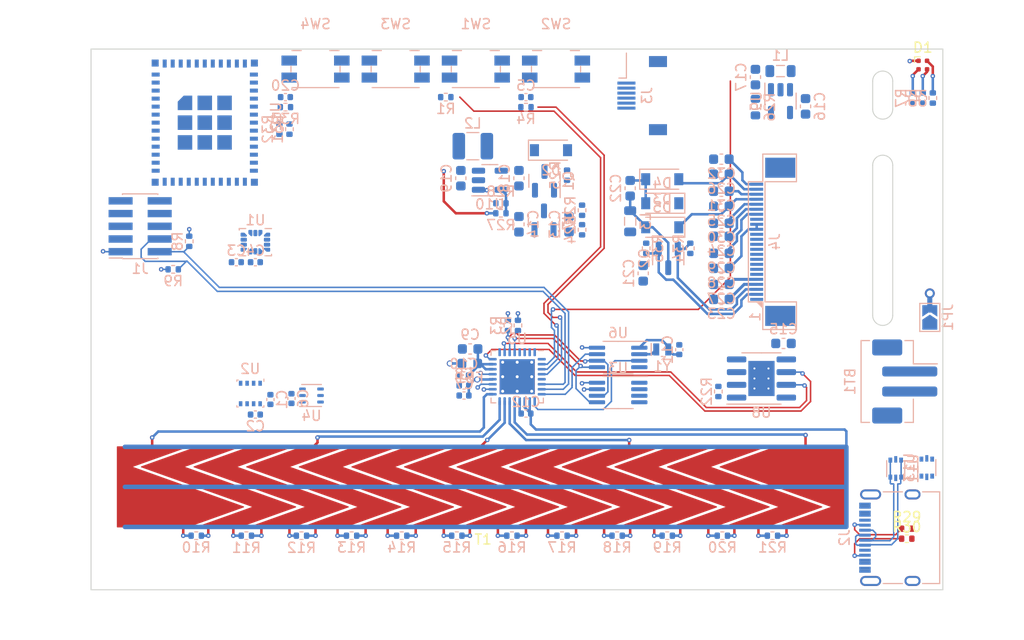
<source format=kicad_pcb>
(kicad_pcb (version 20211014) (generator pcbnew)

  (general
    (thickness 4.69)
  )

  (paper "A4")
  (layers
    (0 "F.Cu" signal)
    (1 "In1.Cu" signal)
    (2 "In2.Cu" signal)
    (31 "B.Cu" signal)
    (32 "B.Adhes" user "B.Adhesive")
    (33 "F.Adhes" user "F.Adhesive")
    (34 "B.Paste" user)
    (35 "F.Paste" user)
    (36 "B.SilkS" user "B.Silkscreen")
    (37 "F.SilkS" user "F.Silkscreen")
    (38 "B.Mask" user)
    (39 "F.Mask" user)
    (40 "Dwgs.User" user "User.Drawings")
    (41 "Cmts.User" user "User.Comments")
    (42 "Eco1.User" user "User.Eco1")
    (43 "Eco2.User" user "User.Eco2")
    (44 "Edge.Cuts" user)
    (45 "Margin" user)
    (46 "B.CrtYd" user "B.Courtyard")
    (47 "F.CrtYd" user "F.Courtyard")
    (48 "B.Fab" user)
    (49 "F.Fab" user)
    (50 "User.1" user)
    (51 "User.2" user)
    (52 "User.3" user)
    (53 "User.4" user)
    (54 "User.5" user)
    (55 "User.6" user)
    (56 "User.7" user)
    (57 "User.8" user)
    (58 "User.9" user)
  )

  (setup
    (stackup
      (layer "F.SilkS" (type "Top Silk Screen"))
      (layer "F.Paste" (type "Top Solder Paste"))
      (layer "F.Mask" (type "Top Solder Mask") (thickness 0.01))
      (layer "F.Cu" (type "copper") (thickness 0.035))
      (layer "dielectric 1" (type "core") (thickness 1.51) (material "FR4") (epsilon_r 4.5) (loss_tangent 0.02))
      (layer "In1.Cu" (type "copper") (thickness 0.035))
      (layer "dielectric 2" (type "prepreg") (thickness 1.51) (material "FR4") (epsilon_r 4.5) (loss_tangent 0.02))
      (layer "In2.Cu" (type "copper") (thickness 0.035))
      (layer "dielectric 3" (type "core") (thickness 1.51) (material "FR4") (epsilon_r 4.5) (loss_tangent 0.02))
      (layer "B.Cu" (type "copper") (thickness 0.035))
      (layer "B.Mask" (type "Bottom Solder Mask") (thickness 0.01))
      (layer "B.Paste" (type "Bottom Solder Paste"))
      (layer "B.SilkS" (type "Bottom Silk Screen"))
      (copper_finish "None")
      (dielectric_constraints yes)
    )
    (pad_to_mask_clearance 0)
    (pcbplotparams
      (layerselection 0x00010fc_ffffffff)
      (disableapertmacros false)
      (usegerberextensions false)
      (usegerberattributes true)
      (usegerberadvancedattributes true)
      (creategerberjobfile true)
      (svguseinch false)
      (svgprecision 6)
      (excludeedgelayer true)
      (plotframeref false)
      (viasonmask false)
      (mode 1)
      (useauxorigin false)
      (hpglpennumber 1)
      (hpglpenspeed 20)
      (hpglpendiameter 15.000000)
      (dxfpolygonmode true)
      (dxfimperialunits true)
      (dxfusepcbnewfont true)
      (psnegative false)
      (psa4output false)
      (plotreference true)
      (plotvalue true)
      (plotinvisibletext false)
      (sketchpadsonfab false)
      (subtractmaskfromsilk false)
      (outputformat 1)
      (mirror false)
      (drillshape 1)
      (scaleselection 1)
      (outputdirectory "")
    )
  )

  (net 0 "")
  (net 1 "VDDF")
  (net 2 "GND")
  (net 3 "/Sensor_Controller/LPC_~{RST}")
  (net 4 "Net-(C10-Pad1)")
  (net 5 "Net-(C11-Pad2)")
  (net 6 "VCC")
  (net 7 "/Power_Management/PS_SWITCH")
  (net 8 "/Power_Management/LED_A")
  (net 9 "VDD")
  (net 10 "Net-(C20-Pad1)")
  (net 11 "Net-(C22-Pad1)")
  (net 12 "Net-(C22-Pad2)")
  (net 13 "Net-(C23-Pad2)")
  (net 14 "Net-(C24-Pad2)")
  (net 15 "/WiFi_Display/PREVGH")
  (net 16 "/WiFi_Display/PREVGL")
  (net 17 "Net-(C27-Pad2)")
  (net 18 "Net-(C29-Pad2)")
  (net 19 "Net-(C30-Pad2)")
  (net 20 "Net-(C31-Pad2)")
  (net 21 "Net-(C32-Pad2)")
  (net 22 "Net-(D1-Pad2)")
  (net 23 "Net-(D1-Pad3)")
  (net 24 "Net-(D1-Pad4)")
  (net 25 "VBUS")
  (net 26 "unconnected-(J3-Pad3)")
  (net 27 "unconnected-(J3-Pad4)")
  (net 28 "/Power_Management/LED_K")
  (net 29 "unconnected-(J4-Pad1)")
  (net 30 "/WiFi_Display/GDR")
  (net 31 "/WiFi_Display/RESE")
  (net 32 "unconnected-(J4-Pad6)")
  (net 33 "unconnected-(J4-Pad7)")
  (net 34 "/WiFi_Display/EPD_BUSY")
  (net 35 "/WiFi_Display/EPD_~{RES}")
  (net 36 "/WiFi_Display/EPD_D{slash}~{C}")
  (net 37 "/WiFi_Display/EPD_CS")
  (net 38 "/WiFi_Display/EPD_SCLK")
  (net 39 "/WiFi_Display/EPD_SDI")
  (net 40 "/Sensor_Controller/LPC_~{ISP}")
  (net 41 "/Sensor_Controller/I2C_SDA")
  (net 42 "/Sensor_Controller/I2C_SCL")
  (net 43 "/Sensor_Controller/LED_R")
  (net 44 "/Sensor_Controller/LED_G")
  (net 45 "/Sensor_Controller/LED_B")
  (net 46 "/Sensor_Controller/LPC_SWDIO")
  (net 47 "/Sensor_Controller/LPC_SWCLK")
  (net 48 "/Sensor_Controller/CAPT_X0")
  (net 49 "Net-(R10-Pad2)")
  (net 50 "Net-(R11-Pad1)")
  (net 51 "/Sensor_Controller/CAPT_X1")
  (net 52 "Net-(R13-Pad2)")
  (net 53 "Net-(R14-Pad2)")
  (net 54 "/Sensor_Controller/CAPT_X2")
  (net 55 "Net-(R16-Pad2)")
  (net 56 "Net-(R17-Pad2)")
  (net 57 "/Sensor_Controller/CAPT_X3")
  (net 58 "Net-(R19-Pad2)")
  (net 59 "Net-(R20-Pad2)")
  (net 60 "/Sensor_Controller/CAPT_X4")
  (net 61 "Net-(R22-Pad1)")
  (net 62 "/Power_Management/ADC_BAT")
  (net 63 "Net-(R27-Pad2)")
  (net 64 "Net-(J2-PadA5)")
  (net 65 "Net-(J2-PadB5)")
  (net 66 "/Sensor_Controller/CAPT_YH")
  (net 67 "/Sensor_Controller/LSM_A0")
  (net 68 "/Sensor_Controller/LSM_INT1")
  (net 69 "/Sensor_Controller/LSM_INT2")
  (net 70 "unconnected-(U1-Pad10)")
  (net 71 "unconnected-(U1-Pad11)")
  (net 72 "/Sensor_Controller/SPI_CS")
  (net 73 "/Power_Management/LED_PWM")
  (net 74 "/Sensor_Controller/ALS_INT")
  (net 75 "/Sensor_Controller/RTC_CLKO")
  (net 76 "/Sensor_Controller/RTC_INT")
  (net 77 "/Sensor_Controller/CAPT_YL")
  (net 78 "/Power_Management/DCDC_EN")
  (net 79 "/Power_Management/CHG_~{STBY}")
  (net 80 "/Power_Management/CHG_~{ACT}")
  (net 81 "/Sensor_Controller/SPI_~{INT}")
  (net 82 "/Sensor_Controller/SPI_MISO")
  (net 83 "Net-(U6-Pad2)")
  (net 84 "Net-(L1-Pad1)")
  (net 85 "Net-(L2-Pad1)")
  (net 86 "/WiFi_Display/USB_D+")
  (net 87 "/WiFi_Display/USB_D-")
  (net 88 "unconnected-(U12-Pad4)")
  (net 89 "unconnected-(U12-Pad7)")
  (net 90 "unconnected-(U12-Pad9)")
  (net 91 "unconnected-(U12-Pad10)")
  (net 92 "unconnected-(U12-Pad12)")
  (net 93 "unconnected-(U12-Pad15)")
  (net 94 "unconnected-(U12-Pad17)")
  (net 95 "Net-(SW3-Pad2)")
  (net 96 "unconnected-(U12-Pad24)")
  (net 97 "unconnected-(U12-Pad25)")
  (net 98 "unconnected-(U12-Pad28)")
  (net 99 "unconnected-(U12-Pad29)")
  (net 100 "/WiFi_Display/UART_RX")
  (net 101 "/WiFi_Display/UART_TX")
  (net 102 "unconnected-(U12-Pad32)")
  (net 103 "unconnected-(U12-Pad33)")
  (net 104 "unconnected-(U12-Pad34)")
  (net 105 "unconnected-(U12-Pad35)")
  (net 106 "Net-(BT1-Pad1)")
  (net 107 "unconnected-(J1-Pad6)")
  (net 108 "unconnected-(J1-Pad7)")
  (net 109 "unconnected-(J1-Pad8)")
  (net 110 "unconnected-(U4-Pad2)")

  (footprint "Touch_Sensor:CapTouch_Mutual_5X_Slider" (layer "F.Cu") (at 151.125 154.875))

  (footprint "Resistor_SMD:R_0402_1005Metric" (layer "F.Cu") (at 193.4 154.3))

  (footprint "LED_SMD:LED_Lumex_SML-LX0404SIUPGUSB" (layer "F.Cu") (at 195 107))

  (footprint "Resistor_SMD:R_0402_1005Metric" (layer "F.Cu") (at 193.4 153.3))

  (footprint "Package_SO:MSOP-8_3x3mm_P0.65mm" (layer "B.Cu") (at 164.6 136.2 180))

  (footprint "Capacitor_SMD:C_0402_1005Metric" (layer "B.Cu") (at 170.7 135.42 -90))

  (footprint "Resistor_SMD:R_0402_1005Metric" (layer "B.Cu") (at 180 154))

  (footprint "Resistor_SMD:R_0402_1005Metric" (layer "B.Cu") (at 175 154))

  (footprint "Resistor_SMD:R_0402_1005Metric" (layer "B.Cu") (at 167.4 125.3 90))

  (footprint "Resistor_SMD:R_0402_1005Metric" (layer "B.Cu") (at 120.2 127.4))

  (footprint "Package_SO:SOIC-8-1EP_3.9x4.9mm_P1.27mm_EP2.62x3.51mm_ThermalVias" (layer "B.Cu") (at 178.9 138.3))

  (footprint "Package_TO_SOT_SMD:SOT-23" (layer "B.Cu") (at 157.25 118.5625 90))

  (footprint "Capacitor_SMD:C_0603_1608Metric" (layer "B.Cu") (at 174.9 124.1))

  (footprint "Resistor_SMD:R_0402_1005Metric" (layer "B.Cu") (at 138 154))

  (footprint "Package_TO_SOT_SMD:SOT-23-5" (layer "B.Cu") (at 180.8 110.6 -90))

  (footprint "Resistor_SMD:R_0402_1005Metric" (layer "B.Cu") (at 174.6 139.6 -90))

  (footprint "Capacitor_SMD:C_0402_1005Metric" (layer "B.Cu") (at 155.4 141.8 180))

  (footprint "Resistor_SMD:R_0402_1005Metric" (layer "B.Cu") (at 130.8 113.4 -90))

  (footprint "Resistor_SMD:R_0402_1005Metric" (layer "B.Cu") (at 159 154))

  (footprint "Resistor_SMD:R_0402_1005Metric" (layer "B.Cu") (at 122.5 154))

  (footprint "Capacitor_SMD:C_0603_1608Metric" (layer "B.Cu") (at 174.9 119.6))

  (footprint "Diode_SMD:D_SOD-123" (layer "B.Cu") (at 169 120.8 180))

  (footprint "Resistor_SMD:R_0402_1005Metric" (layer "B.Cu") (at 152.9 120.8 180))

  (footprint "Capacitor_SMD:C_0603_1608Metric" (layer "B.Cu") (at 154.7 118.3 -90))

  (footprint "Jumper:SolderJumper-2_P1.3mm_Open_TrianglePad1.0x1.5mm" (layer "B.Cu") (at 195.7 132.2 90))

  (footprint "Resistor_SMD:R_0402_1005Metric" (layer "B.Cu") (at 161 121.5 -90))

  (footprint "Capacitor_SMD:C_0603_1608Metric" (layer "B.Cu") (at 174.9 125.8))

  (footprint "Package_TO_SOT_SMD:SOT-666" (layer "B.Cu") (at 192.3 147.3 90))

  (footprint "Resistor_SMD:R_0402_1005Metric" (layer "B.Cu") (at 133 154 180))

  (footprint "Button_Switch_SMD:Panasonic_EVQPUJ_EVQPUA" (layer "B.Cu") (at 158.4 107.4 180))

  (footprint "Diode_SMD:D_SOD-123" (layer "B.Cu") (at 157.9 115.5))

  (footprint "Capacitor_SMD:C_0603_1608Metric" (layer "B.Cu") (at 159.7 122.9 -90))

  (footprint "Inductor_SMD:L_0603_1608Metric" (layer "B.Cu") (at 149.8 136.8))

  (footprint "Capacitor_SMD:C_0402_1005Metric" (layer "B.Cu") (at 129.9 140.4 90))

  (footprint "Capacitor_SMD:C_0603_1608Metric" (layer "B.Cu") (at 154.7 122.9 90))

  (footprint "Capacitor_SMD:C_0603_1608Metric" (layer "B.Cu") (at 174.9 130.4))

  (footprint "Resistor_SMD:R_0402_1005Metric" (layer "B.Cu") (at 159.5 118 -90))

  (footprint "Capacitor_SMD:C_0603_1608Metric" (layer "B.Cu") (at 174.9 127.3))

  (footprint "Capacitor_SMD:C_0402_1005Metric" (layer "B.Cu") (at 128.4 126.6875 180))

  (footprint "Package_TO_SOT_SMD:SOT-666" (layer "B.Cu") (at 195.4 147.2 -90))

  (footprint "Capacitor_SMD:C_0402_1005Metric" (layer "B.Cu") (at 149.22 140 180))

  (footprint "Capacitor_SMD:C_0603_1608Metric" (layer "B.Cu") (at 174.9 117.9))

  (footprint "Button_Switch_SMD:Panasonic_EVQPUJ_EVQPUA" (layer "B.Cu") (at 150.4 107.4 180))

  (footprint "Inductor_SMD:L_1210_3225Metric" (layer "B.Cu") (at 150.1 115.1 180))

  (footprint "Resistor_SMD:R_0402_1005Metric" (layer "B.Cu") (at 153.6 133 -90))

  (footprint "Capacitor_SMD:C_0402_1005Metric" (layer "B.Cu") (at 128.4 141.9))

  (footprint "Package_TO_SOT_SMD:SOT-23" (layer "B.Cu") (at 169.6 126.3 -90))

  (footprint "Capacitor_SMD:C_0603_1608Metric" (layer "B.Cu") (at 174.9 122.8))

  (footprint "ESP32_Module:ESP32-C3-MINI-1" (layer "B.Cu") (at 123.35 112.75 -90))

  (footprint "Capacitor_SMD:C_0603_1608Metric" (layer "B.Cu") (at 181.1 134.8 180))

  (footprint "Inductor_SMD:L_0805_2012Metric" (layer "B.Cu") (at 165.8 122.6 90))

  (footprint "Package_DFN_QFN:VQFN-32-1EP_5x5mm_P0.5mm_EP3.5x3.5mm_ThermalVias" (layer "B.Cu")
    (tedit 5DC5F6A8) (tstamp 8d4e399c-f677-4283-8935-ce15932c7076)
    (at 154.525 138.125 180)
    (descr "VQFN, 32 Pin (https://www.ftdichip.com/Support/Documents/DataSheets/ICs/DS_FT4222H.pdf#page=40), generated with kicad-footprint-generator ipc_noLead_generator.py")
    (tags "VQFN NoLead")
    (property "Sheetfile" "sensor_controller.kicad_sch")
    (property "Sheetname" "Sensor_Controller")
    (path "/7e8977c0-0289-43b8-80db-6fcde42fe486/b5f834de-c7bf-4a4a-886f-7479a73ef33d")
    (attr smd)
    (fp_text reference "U5" (at 0 3.8) (layer "B.SilkS")
      (effects (font (size 1 1) (thickness 0.15)) (justify mirror))
      (tstamp 81b58340-3615-446f-bd2d-e2c9fb45f689)
    )
    (fp_text value "LPC804M101JHI33" (at 0 -3.8) (layer "B.Fab")
      (effects (font (size 1 1) (thickness 0.15)) (justify mirror))
      (tstamp 1ea0601f-2b25-4c9c-9727-a0536b027d3c)
    )
    (fp_text user "${REFERENCE}" (at 0 0) (layer "B.Fab")
      (effects (font (size 1 1) (thickness 0.15)) (justify mirror))
      (tstamp d78289a0-123a-4021-b5d0-b19f9bd4ec89)
    )
    (fp_line (start 2.61 -2.61) (end 2.61 -2.135) (layer "B.SilkS") (width 0.12) (tstamp 0a86c5b4-cab0-4951-9a04-8b3644547237))
    (fp_line (start 2.135 2.61) (end 2.61 2.61) (layer "B.SilkS") (width 0.12) (tstamp 36b371dc-6f64-47c0-bcd0-ba4657bcf187))
    (fp_line (start -2.61 -2.61) (end -2.61 -2.135) (layer "B.SilkS") (width 0.12) (tstamp 4034aff1-5049-48ca-b36a-e7cb54d38628))
    (fp_line (start 2.61 2.61) (end 2.61 2.135) (layer "B.SilkS") (width 0.12) (tstamp 9562f308-7d98-4081-b2e9-7acd2e53edcd))
    (fp_line (start 2.135 -2.61) (end 2.61 -2.61) (layer "B.SilkS") (width 0.12) (tstamp 97a665d9-00ae-43eb-8df6-4358ffa0d9aa))
    (fp_line (start -2.135 -2.61) (end -2.61 -2.61) (layer "B.SilkS") (width 0.12) (tstamp cd191336-45b2-4507-a30d-15f715df2f00))
    (fp_line (start -2.135 2.61) (end -2.61 2.61) (layer "B.SilkS") (width 0.12) (tstamp f910f391-c593-4e00-b6af-f1a415db2252))
    (fp_line (start 3.1 -3.1) (end 3.1 3.1) (layer "B.CrtYd") (width 0.05) (tstamp 4bc718e3-0dda-4cd7-9758-383baad8d602))
    (fp_line (start -3.1 3.1) (end -3.1 -3.1) (layer "B.CrtYd") (width 0.05) (tstamp 77443a9c-0d00-4bc2-a011-044a70edf3bb))
    (fp_line (start 3.1 3.1) (end -3.1 3.1) (layer "B.CrtYd") (width 0.05) (tstamp 7eb498f8-3ea7-4de6-9294-6c95d16d6b05))
    (fp_line (start -3.1 -3.1) (end 3.1 -3.1) (layer "B.CrtYd") (width 0.05) (tstamp ab80ae95-becf-4df3-b500-e9eb27ee5a69))
    (fp_line (start 2.5 -2.5) (end -2.5 -2.5) (layer "B.Fab") (width 0.1) (tstamp 0718ae16-c052-4435-8986-04c79eff36ff))
    (fp_line (start -1.5 2.5) (end 2.5 2.5) (layer "B.Fab") (width 0.1) (tstamp 1b24b644-34fd-49a9-b59c-abe20300f0b4))
    (fp_line (start 2.5 2.5) (end 2.5 -2.5) (layer "B.Fab") (width 0.1) (tstamp 2008c2c7-e713-48af-b3f9-4185630b35bf))
    (fp_line (start -2.5 -2.5) (end -2.5 1.5) (layer "B.Fab") (width 0.1) (tstamp 60d21545-7f8a-42ab-8eb3-ae6b05bdc437))
    (fp_line (start -2.5 1.5) (end -1.5 2.5) (layer "B.Fab") (width 0.1) (tstamp a60e2f43-13b8-45bb-953d-5feafe2717d1))
    (pad "" smd roundrect (at 0.875 -0.875 180) (size 1.46 1.46) (layers "B.Paste") (roundrect_rratio 0.171233) (tstamp 0867358d-8e73-414e-983f-1bd765f23dd0))
    (pad "" smd roundrect (at -0.875 -0.875 180) (size 1.46 1.46) (layers "B.Paste") (roundrect_rratio 0.171233) (tstamp 64df99fb-1e45-44f8-ab6b-8f66ba435516))
    (pad "" smd roundrect (at 0.875 0.875 180) (size 1.46 1.46) (layers "B.Paste") (roundrect_rratio 0.171233) (tstamp 861fbf20-22a7-4d6c-b256-ee2969680dd1))
    (pad "" smd roundrect (at -0.875 0.875 180) (size 1.46 1.46) (layers "B.Paste") (roundrect_rratio 0.171233) (tstamp c28d6b33-5ebc-4726-954c-d28f1747730f))
    (pad "1" smd roundrect (at -2.45 1.75 180) (size 0.8 0.25) (layers "B.Cu" "B.Paste" "B.Mask") (roundrect_rratio 0.25)
      (net 72 "/Sensor_Controller/SPI_CS") (pinfunction "PIO0_17/ADC_9") (pintype "tri_state") (tstamp 22251edf-dc68-4b2f-895d-e60c35544813))
    (pad "2" smd roundrect (at -2.45 1.25 180) (size 0.8 0.25) (layers "B.Cu" "B.Paste" "B.Mask") (roundrect_rratio 0.25)
      (net 73 "/Power_Management/LED_PWM") (pinfunction "PIO0_13/ADC_10") (pintype "tri_state") (tstamp 9a394f02-f4c9-4e9e-a35b-25d8d348013c))
    (pad "3" smd roundrect (at -2.45 0.75 180) (size 0.8 0.25) (layers "B.Cu" "B.Paste" "B.Mask") (roundrect_rratio 0.25)
      (net 40 "/Sensor_Controller/LPC_~{ISP}") (pinfunction "PIO0_12") (pintype "tri_state") (tstamp 583ea787-682f-4c0e-960b-39187d520ef5))
    (pad "4" smd roundrect (at -2.45 0.25 180) (size 0.8 0.25) (layers "B.Cu" "B.Paste" "B.Mask") (roundrect_rratio 0.25)
      (net 3 "/Sensor_Controller/LPC_~{RST}") (pinfunction "~{RESET}/PIO0_5") (pintype "tri_state") (tstamp fec7b2e2-1865-427f-bb89-da2b4032b804))
    (pad "5" smd roundrect (at -2.45 -0.25 180) (size 0.8 0.25) (layers "B.Cu" "B.Paste" "B.Mask") (roundrect_rratio 0.25)
      (net 74 "/Sensor_Controller/ALS_INT") (pinfunction "PIO0_4/ADC_11/TRSTN") (pintype "tri_state") (tstamp da047157-a0fe-4c80-8269-a34593421eec))
    (pad "6" smd roundrect (at -2.45 -0.75 180) (size 0.8 0.25) (layers "B.Cu" "B.Paste" "B.Mask") (roundrect_rratio 0.25)
      (net 47 "/Sensor_Controller/LPC_SWCLK") (pinfunction "SWCLK/PIO0_3/TCK") (pintype "tri_state") (tstamp 184ddae0-b65e-45be-9afd-e5be77bd26ab))
    (pad "7" smd roundrect (at -2.45 -1.25 180) (size 0.8 0.25) (layers "B.Cu" "B.Paste" "B.Mask") (roundrect_rratio 0.25)
      (net 46 "/Sensor_Controller/LPC_SWDIO") (pinfunction "SWDIO/PIO0_2/TMS") (pintype "tri_state") (tstamp 1bd692a3-1ee2-45ab-868b-df34ac55930b))
    (pad "8" smd roundrect (at -2.45 -1.75 180) (size 0.8 0.25) (layers "B.Cu" "B.Paste" "B.Mask") (roundrect_rratio 0.25)
      (net 75 "/Sensor_Controller/RTC_CLKO") (pinfunction "PIO0_11/ADC_6/WKTCLKIN") (pintype "tri_state") (tstamp a8b141cb-5408-4b57-8861-2f86502c64e9))
    (pad "9" smd roundrect (at -1.75 -2.45 180) (size 0.25 0.8) (layers "B.Cu" "B.Paste" "B.Mask") (roundrect_rratio 0.25)
      (net 76 "/Sensor_Controller/RTC_INT") (pinfunction "PIO0_10/ADC_7") (pintype "tri_state") (tstamp 718fa5f6-68ec-4871-b5fb-3d878002568e))
    (pad "10" smd roundrect (at -1.25 -2.45 180) (size 0.25 0.8) (layers "B.Cu" "B.Paste" "B.Mask") (roundrect_rratio 0.25)
      (net 66 "/Sensor_Controller/CAPT_YH") (pinfunction "PIO0_21/ACMP_I5") (pintype "tri_state") (tstamp c77dca70-51fe-4501-8a1b-d52e7a0f4494))
    (pad "11" smd roundrect (at -0.75 -2.45 180) (size 0.25 0.8) (layers "B.Cu" "B.Paste" "B.Mask") (roundrect_rratio 0.25)
      (net 66 "/Sensor_Controller/CAPT_YH") (pinfunction "PIO0_29") (pintype "tri_state") (tstamp 17bc7786-adb4-4c8f-a72f-3b2580483235))
    (pad "12" smd roundrect (at -0.25 -2.45 180) (size 0.25 0.8) (layers "B.Cu" "B.Paste" "B.Mask") (roundrect_rratio 0.25)
      (net 77 "/Sensor_Controller/CAPT_YL") (pinfunction "PIO0_28") (pintype "tri_state") (tstamp ea8
... [269098 chars truncated]
</source>
